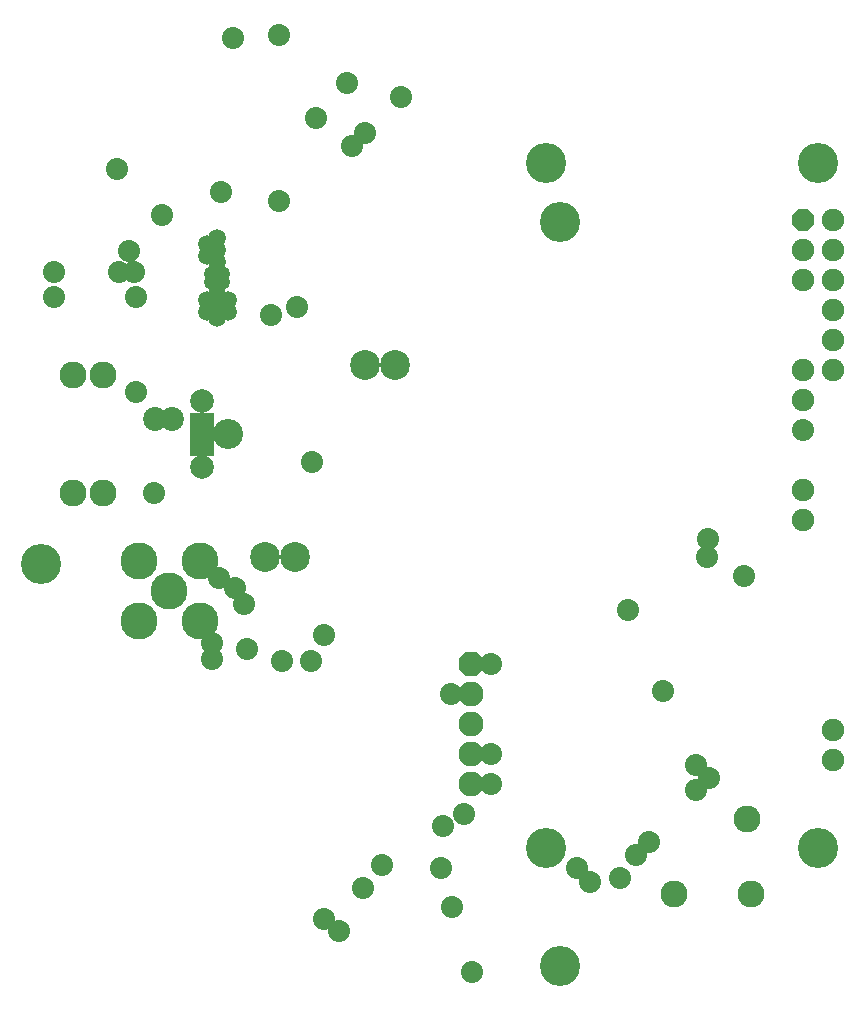
<source format=gbs>
G75*
%MOIN*%
%OFA0B0*%
%FSLAX24Y24*%
%IPPOS*%
%LPD*%
%AMOC8*
5,1,8,0,0,1.08239X$1,22.5*
%
%ADD10C,0.1339*%
%ADD11C,0.0896*%
%ADD12C,0.0996*%
%ADD13C,0.1236*%
%ADD14C,0.0791*%
%ADD15C,0.1004*%
%ADD16R,0.0827X0.0413*%
%ADD17OC8,0.0830*%
%ADD18C,0.0830*%
%ADD19OC8,0.0751*%
%ADD20C,0.0751*%
%ADD21C,0.0736*%
%ADD22C,0.0531*%
%ADD23C,0.0591*%
%ADD24C,0.0796*%
D10*
X009441Y021289D03*
X026285Y011832D03*
X026763Y007905D03*
X035340Y011832D03*
X026763Y032706D03*
X026285Y034667D03*
X026285Y034667D03*
X035340Y034667D03*
D11*
X011515Y027588D03*
X010515Y027588D03*
X010515Y023651D03*
X011515Y023651D03*
X030566Y010307D03*
X033126Y010307D03*
X032998Y012795D03*
D12*
X017915Y021535D03*
X016931Y021535D03*
X020257Y027943D03*
X021242Y027943D03*
D13*
X014736Y021407D03*
X013732Y020403D03*
X014736Y019399D03*
X012728Y019399D03*
X012728Y021407D03*
D14*
X014824Y024517D03*
X014824Y026722D03*
D15*
X015691Y025620D03*
D16*
X014824Y025620D03*
X014824Y025876D03*
X014824Y026131D03*
X014824Y025364D03*
X014824Y025108D03*
D17*
X023787Y017954D03*
D18*
X023787Y016954D03*
X023787Y015954D03*
X023787Y014954D03*
X023787Y013954D03*
D19*
X034840Y032750D03*
D20*
X035840Y032750D03*
X035840Y031750D03*
X034840Y031750D03*
X034840Y030750D03*
X035840Y030750D03*
X035840Y029750D03*
X035840Y028750D03*
X035840Y027750D03*
X034840Y027750D03*
X034840Y026750D03*
X034840Y023750D03*
X034840Y022750D03*
X035840Y015750D03*
X035840Y014750D03*
D21*
X018870Y009478D03*
X019380Y009051D03*
X020169Y010502D03*
X020834Y011257D03*
X022781Y011161D03*
X023147Y009860D03*
X023811Y007691D03*
X027328Y011159D03*
X027757Y010712D03*
X028742Y010826D03*
X029283Y011598D03*
X029732Y012025D03*
X031273Y013754D03*
X031720Y014181D03*
X031273Y014608D03*
X030177Y017067D03*
X029023Y019756D03*
X031657Y021519D03*
X031669Y022137D03*
X032901Y020905D03*
X034840Y025750D03*
X024452Y017954D03*
X023122Y016954D03*
X024452Y014954D03*
X024452Y013954D03*
X023563Y012978D03*
X022868Y012551D03*
X018468Y018070D03*
X018895Y018946D03*
X017472Y018070D03*
X016324Y018470D03*
X015159Y018651D03*
X015159Y018139D03*
X016222Y019960D03*
X015907Y020492D03*
X015395Y020846D03*
X013226Y023651D03*
X012630Y027049D03*
X012635Y030193D03*
X012555Y031029D03*
X012055Y031029D03*
X012380Y031730D03*
X013492Y032929D03*
X015460Y033704D03*
X017401Y033415D03*
X019815Y035244D03*
X020254Y035683D03*
X021437Y036858D03*
X019653Y037326D03*
X018602Y036183D03*
X015856Y038817D03*
X017401Y038948D03*
X011988Y034476D03*
X009880Y031029D03*
X009880Y030187D03*
X017112Y029608D03*
X017992Y029878D03*
X018486Y024693D03*
D22*
X015492Y030710D03*
X015492Y030952D03*
X015161Y030952D03*
X015161Y030710D03*
D23*
X015326Y030287D03*
X014984Y030088D03*
X015326Y029889D03*
X015669Y029691D03*
X015326Y029492D03*
X014982Y029691D03*
X015669Y030088D03*
X015326Y031374D03*
X014984Y031572D03*
X015326Y031771D03*
X014984Y031970D03*
X015326Y032169D03*
D24*
X013817Y026131D03*
X013254Y026131D03*
M02*

</source>
